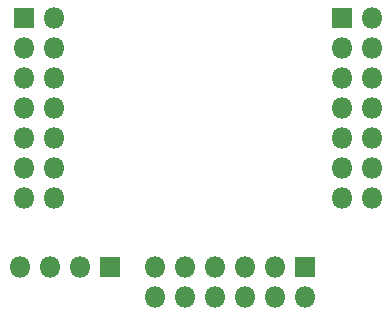
<source format=gbs>
G04 #@! TF.GenerationSoftware,KiCad,Pcbnew,5.0.0-rc2-unknown-c49a439~65~ubuntu18.04.1*
G04 #@! TF.CreationDate,2018-05-29T22:21:52+02:00*
G04 #@! TF.ProjectId,E73_breakout,4537335F627265616B6F75742E6B6963,rev?*
G04 #@! TF.SameCoordinates,Original*
G04 #@! TF.FileFunction,Soldermask,Bot*
G04 #@! TF.FilePolarity,Negative*
%FSLAX46Y46*%
G04 Gerber Fmt 4.6, Leading zero omitted, Abs format (unit mm)*
G04 Created by KiCad (PCBNEW 5.0.0-rc2-unknown-c49a439~65~ubuntu18.04.1) date Tue May 29 22:21:52 2018*
%MOMM*%
%LPD*%
G01*
G04 APERTURE LIST*
%ADD10O,1.801600X1.801600*%
%ADD11R,1.700000X1.700000*%
G04 APERTURE END LIST*
D10*
G04 #@! TO.C,J1*
X188317578Y-113556702D03*
X185777578Y-113556702D03*
X188317578Y-111016702D03*
X185777578Y-111016702D03*
X188317578Y-108476702D03*
X185777578Y-108476702D03*
X188317578Y-105936702D03*
X185777578Y-105936702D03*
X188317578Y-103396702D03*
X185777578Y-103396702D03*
X188317578Y-100856702D03*
X185777578Y-100856702D03*
X188317578Y-98316702D03*
D11*
X185777578Y-98316702D03*
G04 #@! TD*
G04 #@! TO.C,J2*
X212701578Y-98316702D03*
D10*
X215241578Y-98316702D03*
X212701578Y-100856702D03*
X215241578Y-100856702D03*
X212701578Y-103396702D03*
X215241578Y-103396702D03*
X212701578Y-105936702D03*
X215241578Y-105936702D03*
X212701578Y-108476702D03*
X215241578Y-108476702D03*
X212701578Y-111016702D03*
X215241578Y-111016702D03*
X212701578Y-113556702D03*
X215241578Y-113556702D03*
G04 #@! TD*
G04 #@! TO.C,J3*
X196850000Y-121920000D03*
X196850000Y-119380000D03*
X199390000Y-121920000D03*
X199390000Y-119380000D03*
X201930000Y-121920000D03*
X201930000Y-119380000D03*
X204470000Y-121920000D03*
X204470000Y-119380000D03*
X207010000Y-121920000D03*
X207010000Y-119380000D03*
X209550000Y-121920000D03*
D11*
X209550000Y-119380000D03*
G04 #@! TD*
D10*
G04 #@! TO.C,J4*
X185420000Y-119380000D03*
X187960000Y-119380000D03*
X190500000Y-119380000D03*
D11*
X193040000Y-119380000D03*
G04 #@! TD*
M02*

</source>
